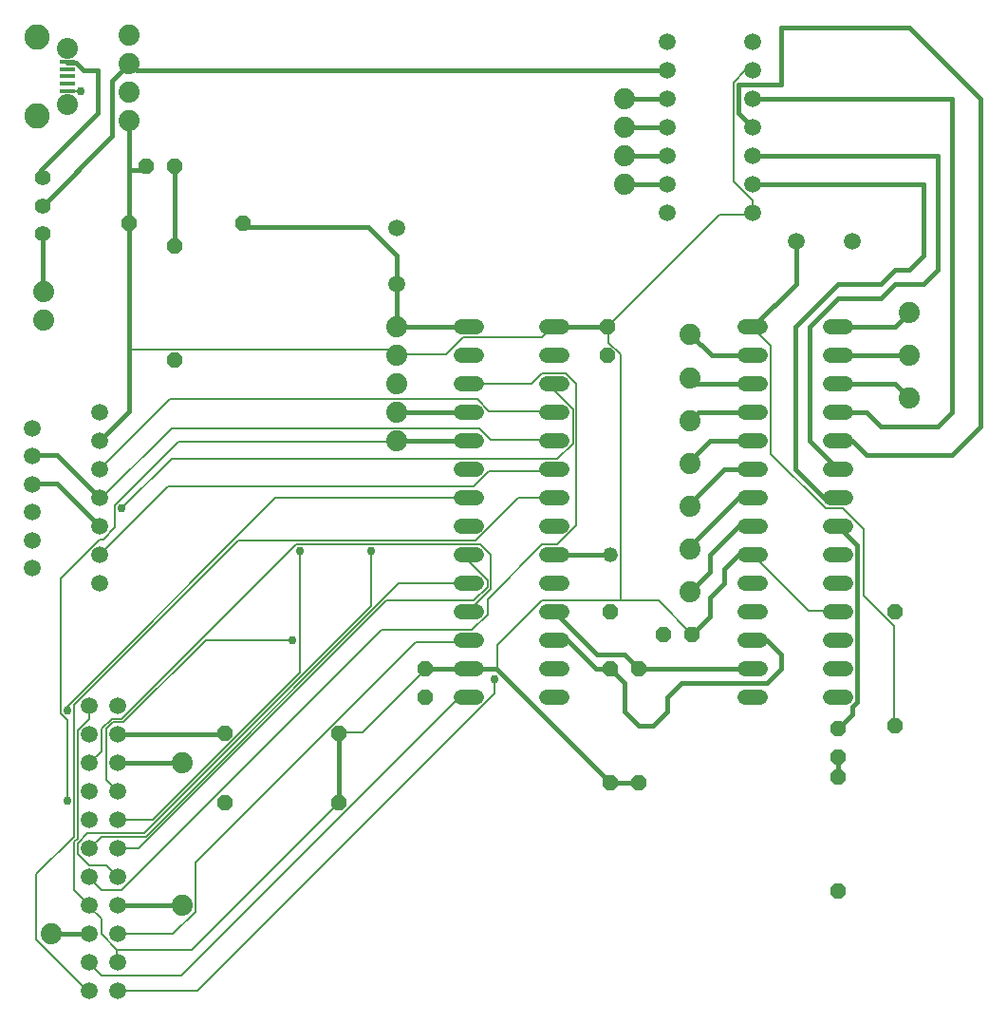
<source format=gbr>
G04 EAGLE Gerber RS-274X export*
G75*
%MOMM*%
%FSLAX34Y34*%
%LPD*%
%INTop Copper*%
%IPPOS*%
%AMOC8*
5,1,8,0,0,1.08239X$1,22.5*%
G01*
%ADD10C,1.879600*%
%ADD11P,1.429621X8X292.500000*%
%ADD12C,1.320800*%
%ADD13P,1.429621X8X202.500000*%
%ADD14P,1.429621X8X22.500000*%
%ADD15P,1.429621X8X112.500000*%
%ADD16C,1.320800*%
%ADD17C,1.508000*%
%ADD18R,1.350000X0.400000*%
%ADD19C,1.875000*%
%ADD20C,2.250000*%
%ADD21C,1.408000*%
%ADD22C,0.152400*%
%ADD23C,0.756400*%
%ADD24C,0.406400*%


D10*
X27940Y615950D03*
X27940Y641350D03*
D11*
X530860Y609600D03*
X530860Y584200D03*
X368300Y304800D03*
X368300Y279400D03*
D12*
X533400Y406400D03*
D11*
X533400Y355600D03*
D13*
X605790Y335280D03*
X580390Y335280D03*
D10*
X546100Y787400D03*
X546100Y812800D03*
X604520Y449580D03*
X604520Y411480D03*
X604520Y373380D03*
X800100Y622300D03*
X800100Y584200D03*
X800100Y546100D03*
X546100Y736600D03*
X546100Y762000D03*
X151130Y220980D03*
X151130Y93980D03*
X34290Y68580D03*
X604520Y603250D03*
X604520Y563880D03*
X604520Y525780D03*
X604520Y487680D03*
D14*
X119380Y753110D03*
X144780Y753110D03*
D11*
X736600Y251460D03*
X736600Y226060D03*
D15*
X144780Y580390D03*
X144780Y681990D03*
D13*
X205740Y702310D03*
X104140Y702310D03*
D11*
X533400Y304800D03*
X533400Y203200D03*
D15*
X558800Y203200D03*
X558800Y304800D03*
X736600Y106680D03*
X736600Y208280D03*
X787400Y254000D03*
X787400Y355600D03*
D14*
X189230Y247650D03*
X290830Y247650D03*
X189230Y185420D03*
X290830Y185420D03*
D16*
X400296Y610100D02*
X413504Y610100D01*
X413504Y584700D02*
X400296Y584700D01*
X400296Y559300D02*
X413504Y559300D01*
X413504Y533900D02*
X400296Y533900D01*
X400296Y508500D02*
X413504Y508500D01*
X413504Y483100D02*
X400296Y483100D01*
X400296Y457700D02*
X413504Y457700D01*
X413504Y432300D02*
X400296Y432300D01*
X400296Y406900D02*
X413504Y406900D01*
X413504Y381500D02*
X400296Y381500D01*
X400296Y356100D02*
X413504Y356100D01*
X413504Y330700D02*
X400296Y330700D01*
X400296Y305300D02*
X413504Y305300D01*
X413504Y279900D02*
X400296Y279900D01*
X476496Y279900D02*
X489704Y279900D01*
X489704Y305300D02*
X476496Y305300D01*
X476496Y330700D02*
X489704Y330700D01*
X489704Y356100D02*
X476496Y356100D01*
X476496Y381500D02*
X489704Y381500D01*
X489704Y406900D02*
X476496Y406900D01*
X476496Y432300D02*
X489704Y432300D01*
X489704Y457700D02*
X476496Y457700D01*
X476496Y483100D02*
X489704Y483100D01*
X489704Y508500D02*
X476496Y508500D01*
X476496Y533900D02*
X489704Y533900D01*
X489704Y559300D02*
X476496Y559300D01*
X476496Y584700D02*
X489704Y584700D01*
X489704Y610100D02*
X476496Y610100D01*
D17*
X698900Y685800D03*
X748900Y685800D03*
X584200Y863600D03*
X584200Y838200D03*
X584200Y812800D03*
X584200Y787400D03*
X584200Y762000D03*
X584200Y736600D03*
X584200Y711200D03*
X660400Y711200D03*
X660400Y736600D03*
X660400Y762000D03*
X660400Y787400D03*
X660400Y812800D03*
X660400Y838200D03*
X660400Y863600D03*
X68580Y271780D03*
X68580Y246380D03*
X68580Y220980D03*
X68580Y195580D03*
X68580Y170180D03*
X68580Y144780D03*
X68580Y119380D03*
X68580Y93980D03*
X68580Y68580D03*
X68580Y43180D03*
X68580Y17780D03*
X93980Y17780D03*
X93980Y43180D03*
X93980Y68580D03*
X93980Y93980D03*
X93980Y119380D03*
X93980Y144780D03*
X93980Y170180D03*
X93980Y195580D03*
X93980Y220980D03*
X93980Y246380D03*
X93980Y271780D03*
D18*
X48590Y846120D03*
X48590Y839620D03*
X48590Y833120D03*
X48590Y826620D03*
X48590Y820120D03*
D19*
X48590Y808120D03*
X48590Y858120D03*
D20*
X21590Y868120D03*
X21590Y798120D03*
D21*
X26670Y717550D03*
X26670Y692550D03*
X26670Y742550D03*
D10*
X104140Y793750D03*
X104140Y819150D03*
X104140Y844550D03*
X104140Y869950D03*
X342900Y609600D03*
X342900Y584200D03*
X342900Y558800D03*
X342900Y533400D03*
X342900Y508000D03*
D17*
X342900Y648100D03*
X342900Y698100D03*
X17780Y469700D03*
X17780Y494700D03*
X17780Y519700D03*
X17780Y444700D03*
X17780Y419700D03*
X17780Y394700D03*
X77470Y533400D03*
X77470Y508000D03*
X77470Y482600D03*
X77470Y457200D03*
X77470Y431800D03*
X77470Y406400D03*
X77470Y381000D03*
D16*
X653796Y609600D02*
X667004Y609600D01*
X667004Y584200D02*
X653796Y584200D01*
X653796Y558800D02*
X667004Y558800D01*
X667004Y533400D02*
X653796Y533400D01*
X653796Y508000D02*
X667004Y508000D01*
X667004Y482600D02*
X653796Y482600D01*
X653796Y457200D02*
X667004Y457200D01*
X667004Y431800D02*
X653796Y431800D01*
X653796Y406400D02*
X667004Y406400D01*
X667004Y381000D02*
X653796Y381000D01*
X653796Y355600D02*
X667004Y355600D01*
X667004Y330200D02*
X653796Y330200D01*
X653796Y304800D02*
X667004Y304800D01*
X667004Y279400D02*
X653796Y279400D01*
X729996Y279400D02*
X743204Y279400D01*
X743204Y304800D02*
X729996Y304800D01*
X729996Y330200D02*
X743204Y330200D01*
X743204Y355600D02*
X729996Y355600D01*
X729996Y381000D02*
X743204Y381000D01*
X743204Y406400D02*
X729996Y406400D01*
X729996Y431800D02*
X743204Y431800D01*
X743204Y457200D02*
X729996Y457200D01*
X729996Y482600D02*
X743204Y482600D01*
X743204Y508000D02*
X729996Y508000D01*
X729996Y533400D02*
X743204Y533400D01*
X743204Y558800D02*
X729996Y558800D01*
X729996Y584200D02*
X743204Y584200D01*
X743204Y609600D02*
X729996Y609600D01*
D22*
X60960Y819912D02*
X48768Y819912D01*
X48590Y820120D01*
D23*
X60960Y819912D03*
D24*
X25400Y743820D02*
X26670Y742550D01*
X25400Y743820D02*
X25400Y749300D01*
X76200Y800100D01*
X76200Y838200D01*
X63500Y838200D01*
X58896Y842804D01*
X58896Y843093D01*
X56800Y845189D01*
X48768Y845189D01*
X48590Y845189D01*
D22*
X48768Y845820D02*
X48590Y846120D01*
X48768Y845820D02*
X48768Y845189D01*
D24*
X26670Y642620D02*
X27940Y641350D01*
X26670Y642620D02*
X26670Y692550D01*
X88900Y829310D02*
X104140Y844550D01*
X88900Y779780D02*
X26670Y717550D01*
X88900Y779780D02*
X88900Y829310D01*
X110490Y838200D02*
X584200Y838200D01*
X110490Y838200D02*
X104140Y844550D01*
X290830Y247650D02*
X290830Y185420D01*
X483600Y609600D02*
X530860Y609600D01*
X483600Y609600D02*
X483100Y610100D01*
X104140Y749300D02*
X104140Y793750D01*
X104140Y749300D02*
X104140Y702310D01*
X104140Y589788D01*
X104140Y534670D01*
X77470Y508000D01*
X115570Y749300D02*
X119380Y753110D01*
X115570Y749300D02*
X104140Y749300D01*
X406900Y305300D02*
X406400Y304800D01*
X368300Y304800D01*
X406900Y305300D02*
X431300Y305300D01*
X533400Y203200D01*
X558800Y203200D01*
X647700Y406400D02*
X660400Y406400D01*
X622300Y351790D02*
X605790Y335280D01*
X622300Y351790D02*
X622300Y368300D01*
X635000Y381000D01*
X635000Y393700D01*
X647700Y406400D01*
D22*
X659892Y711708D02*
X659892Y722376D01*
X643128Y739140D01*
X643128Y827532D01*
X653796Y838200D01*
X660400Y838200D01*
X659892Y711708D02*
X660400Y711200D01*
X387096Y585216D02*
X342900Y585216D01*
X387096Y585216D02*
X402336Y600456D01*
X472440Y600456D01*
X481584Y609600D01*
X483100Y610100D01*
X630936Y710184D02*
X659892Y710184D01*
X630936Y710184D02*
X531876Y611124D01*
X659892Y710184D02*
X660400Y711200D01*
X531876Y611124D02*
X530860Y609600D01*
X338328Y589788D02*
X104140Y589788D01*
X338328Y589788D02*
X342900Y585216D01*
X342900Y584200D01*
X92964Y54864D02*
X92964Y44196D01*
X92964Y54864D02*
X79248Y68580D01*
X79248Y82296D01*
X68580Y92964D01*
X92964Y44196D02*
X93980Y43180D01*
X68580Y92964D02*
X68580Y93980D01*
X68580Y260604D02*
X68580Y271780D01*
X68580Y260604D02*
X57912Y249936D01*
X57912Y153924D01*
X54864Y150876D01*
X54864Y108204D01*
X68580Y94488D01*
X68580Y93980D01*
X292608Y248412D02*
X312420Y248412D01*
X367284Y303276D01*
X292608Y248412D02*
X290830Y247650D01*
X367284Y303276D02*
X368300Y304800D01*
X710184Y356616D02*
X736092Y356616D01*
X710184Y356616D02*
X660400Y406400D01*
X736092Y356616D02*
X736600Y355600D01*
X432816Y326136D02*
X432816Y306324D01*
X432816Y326136D02*
X472440Y365760D01*
X542544Y365760D02*
X576072Y365760D01*
X542544Y365760D02*
X472440Y365760D01*
X576072Y365760D02*
X605028Y336804D01*
X432816Y306324D02*
X431300Y305300D01*
X605028Y336804D02*
X605790Y335280D01*
X160020Y54864D02*
X92964Y54864D01*
X160020Y54864D02*
X289560Y184404D01*
X290830Y185420D01*
X531876Y595884D02*
X531876Y608076D01*
X531876Y595884D02*
X542544Y585216D01*
X542544Y365760D01*
X531876Y608076D02*
X530860Y609600D01*
D24*
X144780Y681990D02*
X144780Y753110D01*
X342900Y647700D02*
X342900Y646176D01*
X342900Y609600D01*
X406400Y609600D02*
X406900Y610100D01*
X406400Y609600D02*
X342900Y609600D01*
X342900Y648100D02*
X342900Y673100D01*
X317500Y698500D01*
X209550Y698500D02*
X205740Y702310D01*
X209550Y698500D02*
X317500Y698500D01*
D22*
X342900Y648100D02*
X342900Y646176D01*
D24*
X483600Y406400D02*
X533400Y406400D01*
X483600Y406400D02*
X483100Y406900D01*
X18380Y495300D02*
X17780Y494700D01*
X39370Y495300D02*
X77470Y457200D01*
X39370Y495300D02*
X18380Y495300D01*
D22*
X426720Y509016D02*
X481584Y509016D01*
X426720Y509016D02*
X416052Y519684D01*
X141732Y519684D01*
X79248Y457200D01*
X481584Y509016D02*
X483100Y508500D01*
X79248Y457200D02*
X77470Y457200D01*
D24*
X17980Y469900D02*
X17780Y469700D01*
X39370Y469900D02*
X77470Y431800D01*
X39370Y469900D02*
X17980Y469900D01*
D22*
X483108Y553212D02*
X483108Y557784D01*
X483108Y553212D02*
X499872Y536448D01*
X499872Y505968D01*
X486156Y492252D01*
X141732Y492252D01*
X97536Y448056D01*
X483108Y557784D02*
X483100Y559300D01*
D23*
X97536Y448056D03*
D22*
X425196Y534924D02*
X481584Y534924D01*
X425196Y534924D02*
X414528Y545592D01*
X140208Y545592D01*
X77724Y483108D01*
X481584Y534924D02*
X483100Y533900D01*
X77724Y483108D02*
X77470Y482600D01*
X425196Y481584D02*
X481584Y481584D01*
X425196Y481584D02*
X411480Y467868D01*
X138684Y467868D01*
X77724Y406908D01*
X481584Y481584D02*
X483100Y483100D01*
X77724Y406908D02*
X77470Y406400D01*
D24*
X483100Y330700D02*
X494800Y330700D01*
X520700Y304800D02*
X533400Y304800D01*
X520700Y304800D02*
X494800Y330700D01*
X533400Y304800D02*
X546100Y292100D01*
X673100Y292100D02*
X685800Y304800D01*
X685800Y317500D01*
X673100Y330200D01*
X660400Y330200D01*
X546100Y292100D02*
X546100Y266700D01*
X558800Y254000D01*
X571500Y254000D01*
X584200Y266700D01*
X584200Y279400D01*
X596900Y292100D01*
X673100Y292100D01*
X521700Y317500D02*
X483100Y356100D01*
X546100Y317500D02*
X558800Y304800D01*
X546100Y317500D02*
X521700Y317500D01*
X558800Y304800D02*
X660400Y304800D01*
X736600Y226060D02*
X736600Y208280D01*
X736600Y251460D02*
X749300Y264160D01*
X749300Y271128D02*
X753364Y275192D01*
X753364Y415036D01*
X736600Y431800D01*
X749300Y271128D02*
X749300Y264160D01*
X698900Y648100D02*
X698900Y685800D01*
X698900Y648100D02*
X660400Y609600D01*
D22*
X786384Y342900D02*
X786384Y254508D01*
X786384Y342900D02*
X758952Y370332D01*
X758952Y429768D01*
X740664Y448056D01*
X725424Y448056D01*
X676656Y496824D01*
X676656Y592836D01*
X661416Y608076D01*
X786384Y254508D02*
X787400Y254000D01*
X661416Y608076D02*
X660400Y609600D01*
D24*
X723900Y457200D02*
X736600Y457200D01*
X723900Y457200D02*
X698500Y482600D01*
X698500Y609600D01*
X736600Y647700D01*
X774700Y647700D01*
X787400Y660400D01*
X800100Y660400D01*
X812800Y673100D01*
X812800Y736600D01*
X660400Y736600D01*
X711200Y508000D02*
X736600Y482600D01*
X711200Y508000D02*
X711200Y609600D01*
X736600Y635000D01*
X774700Y635000D01*
X787400Y647700D01*
X812800Y647700D01*
X825500Y660400D01*
X825500Y762000D01*
X660400Y762000D01*
X736600Y508000D02*
X749300Y508000D01*
X762000Y495300D01*
X838200Y495300D02*
X863600Y520700D01*
X863600Y812800D01*
X800100Y876300D01*
X685800Y876300D01*
X762000Y495300D02*
X838200Y495300D01*
X660400Y787400D02*
X647700Y800100D01*
X647700Y825500D01*
X685800Y825500D01*
X685800Y876300D01*
X736600Y533400D02*
X762000Y533400D01*
X774700Y520700D01*
X825500Y520700D01*
X838200Y533400D01*
X838200Y812800D01*
X660400Y812800D01*
X584200Y812800D02*
X546100Y812800D01*
X546100Y787400D02*
X584200Y787400D01*
X584200Y736600D02*
X546100Y736600D01*
X546100Y762000D02*
X584200Y762000D01*
X187960Y246380D02*
X93980Y246380D01*
X187960Y246380D02*
X189230Y247650D01*
D22*
X320040Y361188D02*
X320040Y409956D01*
X320040Y361188D02*
X117348Y158496D01*
X67056Y158496D01*
X57912Y149352D01*
X57912Y140208D01*
X68580Y129540D01*
X83820Y129540D01*
X93980Y119380D01*
D23*
X320040Y409956D03*
D22*
X406908Y559308D02*
X463296Y559308D01*
X472440Y568452D01*
X493776Y568452D01*
X502920Y559308D01*
X502920Y432816D01*
X486156Y416052D01*
X472440Y416052D01*
X423672Y367284D01*
X423672Y353568D01*
X409956Y339852D01*
X329184Y339852D01*
X97536Y108204D01*
X79248Y108204D01*
X68580Y118872D01*
X406900Y559300D02*
X406908Y559308D01*
X68580Y119380D02*
X68580Y118872D01*
X406908Y400812D02*
X406908Y405384D01*
X406908Y400812D02*
X423672Y384048D01*
X423672Y377952D01*
X411480Y365760D01*
X333756Y365760D01*
X112776Y144780D01*
X93980Y144780D01*
X406908Y405384D02*
X406900Y406900D01*
X405384Y381000D02*
X344424Y381000D01*
X118872Y155448D01*
X79248Y155448D01*
X68580Y144780D01*
X405384Y381000D02*
X406900Y381500D01*
X249936Y330708D02*
X172212Y330708D01*
X99060Y257556D01*
X89916Y257556D01*
X83820Y251460D01*
X83820Y205740D01*
X93980Y195580D01*
D23*
X249936Y330708D03*
D22*
X234696Y457200D02*
X405384Y457200D01*
X234696Y457200D02*
X48768Y271272D01*
X48768Y268224D01*
X405384Y457200D02*
X406900Y457700D01*
D23*
X48768Y268224D03*
D24*
X406400Y533400D02*
X406900Y533900D01*
X406400Y533400D02*
X342900Y533400D01*
D22*
X124968Y170688D02*
X94488Y170688D01*
X124968Y170688D02*
X256032Y301752D01*
X256032Y409956D01*
X94488Y170688D02*
X93980Y170180D01*
D23*
X256032Y409956D03*
D24*
X406400Y508000D02*
X406900Y508500D01*
X406400Y508000D02*
X342900Y508000D01*
D22*
X48768Y259080D02*
X48768Y187452D01*
X48768Y259080D02*
X42672Y265176D01*
X42672Y385572D01*
X77724Y420624D01*
X80772Y420624D01*
X91440Y431292D01*
X91440Y451104D01*
X147828Y507492D01*
X341376Y507492D01*
X342900Y508000D01*
D23*
X48768Y187452D03*
D22*
X406908Y356616D02*
X426720Y376428D01*
X426720Y406908D01*
X417576Y416052D01*
X252984Y416052D01*
X97536Y260604D01*
X88392Y260604D01*
X79248Y251460D01*
X79248Y231648D01*
X68580Y220980D01*
X406900Y356100D02*
X406908Y356616D01*
X405384Y329184D02*
X359664Y329184D01*
X163068Y132588D01*
X163068Y88392D01*
X143256Y68580D01*
X93980Y68580D01*
X405384Y329184D02*
X406900Y330700D01*
X405384Y278892D02*
X397764Y278892D01*
X150876Y32004D01*
X79248Y32004D01*
X68580Y42672D01*
X405384Y278892D02*
X406900Y279900D01*
X68580Y43180D02*
X68580Y42672D01*
X451104Y457200D02*
X481584Y457200D01*
X451104Y457200D02*
X413004Y419100D01*
X201168Y419100D01*
X54864Y272796D01*
X54864Y155448D01*
X21336Y121920D01*
X21336Y64008D01*
X68580Y16764D01*
X481584Y457200D02*
X483100Y457700D01*
X68580Y17780D02*
X68580Y16764D01*
X429768Y283464D02*
X429768Y295656D01*
X429768Y283464D02*
X164592Y18288D01*
X94488Y18288D01*
X93980Y17780D01*
D23*
X429768Y295656D03*
D24*
X68580Y68580D02*
X34290Y68580D01*
X93980Y93980D02*
X151130Y93980D01*
X151130Y220980D02*
X93980Y220980D01*
X604520Y603250D02*
X623570Y584200D01*
X660400Y584200D01*
X660400Y558800D02*
X609600Y558800D01*
X604520Y563880D01*
X612140Y533400D02*
X660400Y533400D01*
X612140Y533400D02*
X604520Y525780D01*
X622300Y508000D02*
X660400Y508000D01*
X622300Y508000D02*
X604520Y490220D01*
X604520Y487680D01*
X635000Y482600D02*
X660400Y482600D01*
X635000Y482600D02*
X604520Y452120D01*
X604520Y449580D01*
X647700Y457200D02*
X660400Y457200D01*
X647700Y457200D02*
X604520Y414020D01*
X604520Y411480D01*
X647700Y431800D02*
X660400Y431800D01*
X647700Y431800D02*
X622300Y406400D01*
X622300Y391160D02*
X604520Y373380D01*
X622300Y391160D02*
X622300Y406400D01*
X787400Y609600D02*
X800100Y622300D01*
X787400Y609600D02*
X736600Y609600D01*
X736600Y584200D02*
X800100Y584200D01*
X787400Y558800D02*
X800100Y546100D01*
X787400Y558800D02*
X736600Y558800D01*
M02*

</source>
